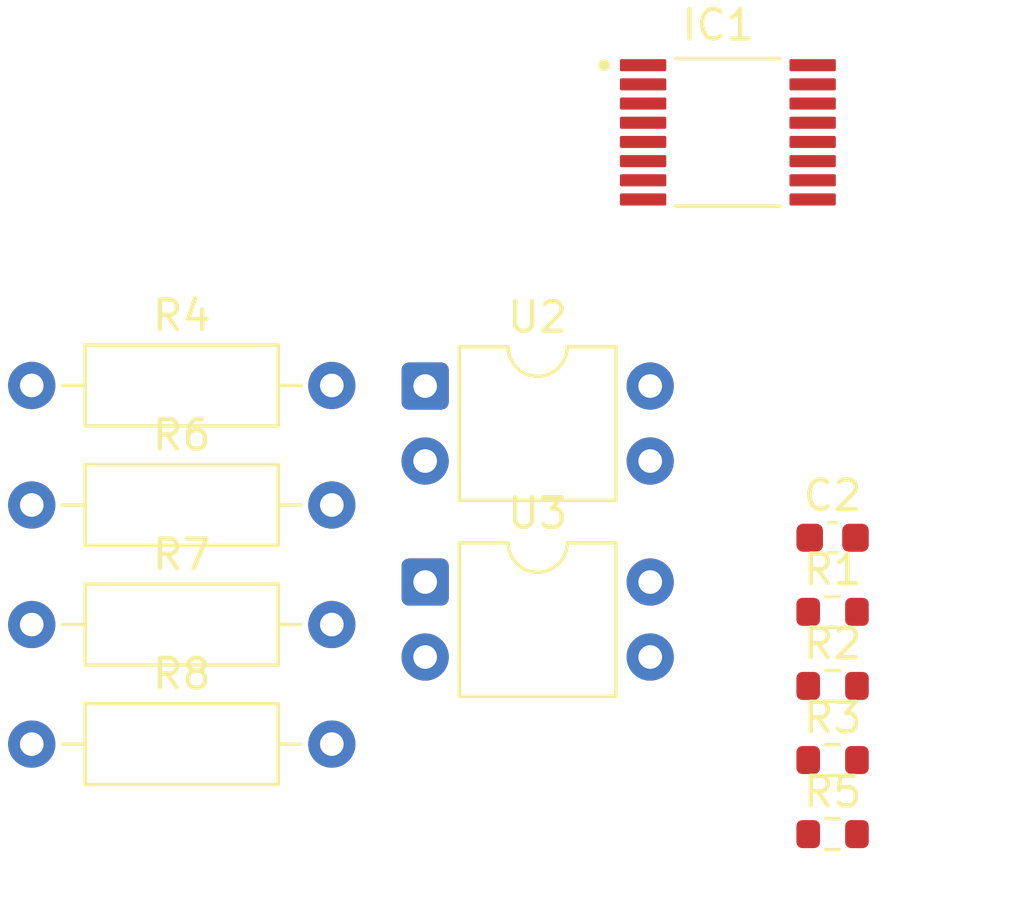
<source format=kicad_pcb>
(kicad_pcb (version 20241229) (generator "pcbnew") (generator_version "9.0")
  (layers (0 "F.Cu" signal) (2 "B.Cu" signal) (13 "F.Paste" user) (15 "B.Paste" user) (5 "F.SilkS" user "F.Silkscreen") (7 "B.SilkS" user "B.Silkscreen") (1 "F.Mask" user) (3 "B.Mask" user) (25 "Edge.Cuts" user))
  (net 0 "")
  (net 1 "GND")
  (net 2 "/SCL")
  (net 3 "/SDA")
  (net 4 "/A1")
  (net 5 "/A0")
  (net 6 "Net-(IC1-IN--Pad14)")
  (net 7 "Net-(IC1-IN+-Pad1)")
  (net 8 "/VBUS")
  (net 9 "/ALERT")
  (net 10 "+5V")
  (net 11 "Net-(R4-Pad2)")
  (net 12 "/ARDUINO_ENCODER")
  (net 13 "Net-(R7-Pad2)")
  (net 14 "/ARDUINO-LINEAR-ACTUATOR")
  (net 15 "/TURBINE_ENCODER")
  (net 16 "/TURBINE-LINEAR-ACTUATOR")
  (footprint "Resistor_SMD:R_0603_1608Metric" (layer "F.Cu") (at 138.675 95.98)
    (property "Reference" "R2" (at 0 -1.43 0) (layer "F.SilkS"))
    (property "Value" "0603 10k")
    (fp_line (start -0.237258 -0.5225) (end 0.237258 -0.5225) (stroke (width 0.12)) (layer "F.SilkS"))
    (fp_line (start -0.237258 0.5225) (end 0.237258 0.5225) (stroke (width 0.12)) (layer "F.SilkS"))
    (pad "1" smd roundrect (at -0.825 0) (size 0.8 0.95) (layers "F.Cu" "F.Mask" "F.Paste") (net 10 "+5V"))
    (pad "2" smd roundrect (at 0.825 0) (size 0.8 0.95) (layers "F.Cu" "F.Mask" "F.Paste") (net 3 "/SDA"))
  )
  (footprint "Capacitor_SMD:C_0603_1608Metric" (layer "F.Cu") (at 138.675 90.96)
    (property "Reference" "C2" (at 0 -1.43 0) (layer "F.SilkS"))
    (property "Value" "1uF")
    (fp_line (start -0.14058 -0.51) (end 0.14058 -0.51) (stroke (width 0.12)) (layer "F.SilkS"))
    (fp_line (start -0.14058 0.51) (end 0.14058 0.51) (stroke (width 0.12)) (layer "F.SilkS"))
    (pad "1" smd roundrect (at -0.775 0) (size 0.9 0.95) (layers "F.Cu" "F.Mask" "F.Paste") (net 10 "+5V"))
    (pad "2" smd roundrect (at 0.775 0) (size 0.9 0.95) (layers "F.Cu" "F.Mask" "F.Paste") (net 1 "GND"))
  )
  (footprint "Resistor_SMD:R_0603_1608Metric" (layer "F.Cu") (at 138.675 101)
    (property "Reference" "R5" (at 0 -1.43 0) (layer "F.SilkS"))
    (property "Value" "0603 10k")
    (fp_line (start -0.237258 -0.5225) (end 0.237258 -0.5225) (stroke (width 0.12)) (layer "F.SilkS"))
    (fp_line (start -0.237258 0.5225) (end 0.237258 0.5225) (stroke (width 0.12)) (layer "F.SilkS"))
    (pad "1" smd roundrect (at -0.825 0) (size 0.8 0.95) (layers "F.Cu" "F.Mask" "F.Paste") (net 5 "/A0"))
    (pad "2" smd roundrect (at 0.825 0) (size 0.8 0.95) (layers "F.Cu" "F.Mask" "F.Paste") (net 1 "GND"))
  )
  (footprint "Resistor_THT:R_Axial_DIN0207_L6.3mm_D2.5mm_P10.16mm_Horizontal" (layer "F.Cu") (at 111.56 93.9)
    (property "Reference" "R7" (at 5.08 -2.37 0) (layer "F.SilkS"))
    (property "Value" "220ohm 1/4W")
    (fp_line (start 1.04 0) (end 1.81 0) (stroke (width 0.12)) (layer "F.SilkS"))
    (fp_line (start 9.12 0) (end 8.35 0) (stroke (width 0.12)) (layer "F.SilkS"))
    (fp_rect (start 1.81 -1.37) (end 8.35 1.37) (stroke (width 0.12)) (fill no) (layer "F.SilkS"))
    (pad "1" thru_hole circle (at 0 0) (size 1.6 1.6) (drill 0.8) (layers "*.Cu" "*.Mask") (net 1 "GND"))
    (pad "2" thru_hole circle (at 10.16 0) (size 1.6 1.6) (drill 0.8) (layers "*.Cu" "*.Mask") (net 13 "Net-(R7-Pad2)"))
  )
  (footprint "Package_DIP:DIP-4_W7.62mm" (layer "F.Cu") (at 124.88 92.46)
    (property "Reference" "U3" (at 3.81 -2.33 0) (layer "F.SilkS"))
    (property "Value" "PC817")
    (fp_line (start 1.16 -1.33) (end 1.16 3.87) (stroke (width 0.12)) (layer "F.SilkS"))
    (fp_line (start 1.16 3.87) (end 6.46 3.87) (stroke (width 0.12)) (layer "F.SilkS"))
    (fp_line (start 2.81 -1.33) (end 1.16 -1.33) (stroke (width 0.12)) (layer "F.SilkS"))
    (fp_line (start 6.46 -1.33) (end 4.81 -1.33) (stroke (width 0.12)) (layer "F.SilkS"))
    (fp_line (start 6.46 3.87) (end 6.46 -1.33) (stroke (width 0.12)) (layer "F.SilkS"))
    (fp_arc (start 4.81 -1.33) (mid 3.81 -0.33) (end 2.81 -1.33) (stroke (width 0.12)) (layer "F.SilkS"))
    (pad "1" thru_hole roundrect (at 0 0) (size 1.6 1.6) (drill 0.8) (layers "*.Cu" "*.Mask") (roundrect_rratio 0.15625) (net 16 "/TURBINE-LINEAR-ACTUATOR"))
    (pad "2" thru_hole circle (at 0 2.54) (size 1.6 1.6) (drill 0.8) (layers "*.Cu" "*.Mask") (net 13 "Net-(R7-Pad2)"))
    (pad "3" thru_hole circle (at 7.62 2.54) (size 1.6 1.6) (drill 0.8) (layers "*.Cu" "*.Mask") (net 14 "/ARDUINO-LINEAR-ACTUATOR"))
    (pad "4" thru_hole circle (at 7.62 0) (size 1.6 1.6) (drill 0.8) (layers "*.Cu" "*.Mask") (net 10 "+5V"))
  )
  (footprint "Resistor_SMD:R_0603_1608Metric" (layer "F.Cu") (at 138.675 98.49)
    (property "Reference" "R3" (at 0 -1.43 0) (layer "F.SilkS"))
    (property "Value" "0603 10k")
    (fp_line (start -0.237258 -0.5225) (end 0.237258 -0.5225) (stroke (width 0.12)) (layer "F.SilkS"))
    (fp_line (start -0.237258 0.5225) (end 0.237258 0.5225) (stroke (width 0.12)) (layer "F.SilkS"))
    (pad "1" smd roundrect (at -0.825 0) (size 0.8 0.95) (layers "F.Cu" "F.Mask" "F.Paste") (net 4 "/A1"))
    (pad "2" smd roundrect (at 0.825 0) (size 0.8 0.95) (layers "F.Cu" "F.Mask" "F.Paste") (net 1 "GND"))
  )
  (footprint "Resistor_THT:R_Axial_DIN0207_L6.3mm_D2.5mm_P10.16mm_Horizontal" (layer "F.Cu") (at 111.56 85.8)
    (property "Reference" "R4" (at 5.08 -2.37 0) (layer "F.SilkS"))
    (property "Value" "220ohm 1/4W")
    (fp_line (start 1.04 0) (end 1.81 0) (stroke (width 0.12)) (layer "F.SilkS"))
    (fp_line (start 9.12 0) (end 8.35 0) (stroke (width 0.12)) (layer "F.SilkS"))
    (fp_rect (start 1.81 -1.37) (end 8.35 1.37) (stroke (width 0.12)) (fill no) (layer "F.SilkS"))
    (pad "1" thru_hole circle (at 0 0) (size 1.6 1.6) (drill 0.8) (layers "*.Cu" "*.Mask") (net 1 "GND"))
    (pad "2" thru_hole circle (at 10.16 0) (size 1.6 1.6) (drill 0.8) (layers "*.Cu" "*.Mask") (net 11 "Net-(R4-Pad2)"))
  )
  (footprint "Resistor_SMD:R_0603_1608Metric" (layer "F.Cu") (at 138.675 93.47)
    (property "Reference" "R1" (at 0 -1.43 0) (layer "F.SilkS"))
    (property "Value" "0603 10k")
    (fp_line (start -0.237258 -0.5225) (end 0.237258 -0.5225) (stroke (width 0.12)) (layer "F.SilkS"))
    (fp_line (start -0.237258 0.5225) (end 0.237258 0.5225) (stroke (width 0.12)) (layer "F.SilkS"))
    (pad "1" smd roundrect (at -0.825 0) (size 0.8 0.95) (layers "F.Cu" "F.Mask" "F.Paste") (net 10 "+5V"))
    (pad "2" smd roundrect (at 0.825 0) (size 0.8 0.95) (layers "F.Cu" "F.Mask" "F.Paste") (net 2 "/SCL"))
  )
  (footprint "Package_DIP:DIP-4_W7.62mm" (layer "F.Cu") (at 124.88 85.82)
    (property "Reference" "U2" (at 3.81 -2.33 0) (layer "F.SilkS"))
    (property "Value" "PC817")
    (fp_line (start 1.16 -1.33) (end 1.16 3.87) (stroke (width 0.12)) (layer "F.SilkS"))
    (fp_line (start 1.16 3.87) (end 6.46 3.87) (stroke (width 0.12)) (layer "F.SilkS"))
    (fp_line (start 2.81 -1.33) (end 1.16 -1.33) (stroke (width 0.12)) (layer "F.SilkS"))
    (fp_line (start 6.46 -1.33) (end 4.81 -1.33) (stroke (width 0.12)) (layer "F.SilkS"))
    (fp_line (start 6.46 3.87) (end 6.46 -1.33) (stroke (width 0.12)) (layer "F.SilkS"))
    (fp_arc (start 4.81 -1.33) (mid 3.81 -0.33) (end 2.81 -1.33) (stroke (width 0.12)) (layer "F.SilkS"))
    (pad "1" thru_hole roundrect (at 0 0) (size 1.6 1.6) (drill 0.8) (layers "*.Cu" "*.Mask") (roundrect_rratio 0.15625) (net 15 "/TURBINE_ENCODER"))
    (pad "2" thru_hole circle (at 0 2.54) (size 1.6 1.6) (drill 0.8) (layers "*.Cu" "*.Mask") (net 11 "Net-(R4-Pad2)"))
    (pad "3" thru_hole circle (at 7.62 2.54) (size 1.6 1.6) (drill 0.8) (layers "*.Cu" "*.Mask") (net 12 "/ARDUINO_ENCODER"))
    (pad "4" thru_hole circle (at 7.62 0) (size 1.6 1.6) (drill 0.8) (layers "*.Cu" "*.Mask") (net 10 "+5V"))
  )
  (footprint "Resistor_THT:R_Axial_DIN0207_L6.3mm_D2.5mm_P10.16mm_Horizontal" (layer "F.Cu") (at 111.56 97.95)
    (property "Reference" "R8" (at 5.08 -2.37 0) (layer "F.SilkS"))
    (property "Value" "220ohm 1/4W")
    (fp_line (start 1.04 0) (end 1.81 0) (stroke (width 0.12)) (layer "F.SilkS"))
    (fp_line (start 9.12 0) (end 8.35 0) (stroke (width 0.12)) (layer "F.SilkS"))
    (fp_rect (start 1.81 -1.37) (end 8.35 1.37) (stroke (width 0.12)) (fill no) (layer "F.SilkS"))
    (pad "1" thru_hole circle (at 0 0) (size 1.6 1.6) (drill 0.8) (layers "*.Cu" "*.Mask") (net 1 "GND"))
    (pad "2" thru_hole circle (at 10.16 0) (size 1.6 1.6) (drill 0.8) (layers "*.Cu" "*.Mask") (net 14 "/ARDUINO-LINEAR-ACTUATOR"))
  )
  (footprint "Resistor_THT:R_Axial_DIN0207_L6.3mm_D2.5mm_P10.16mm_Horizontal" (layer "F.Cu") (at 111.56 89.85)
    (property "Reference" "R6" (at 5.08 -2.37 0) (layer "F.SilkS"))
    (property "Value" "2.2kOhm 1/4W")
    (fp_line (start 1.04 0) (end 1.81 0) (stroke (width 0.12)) (layer "F.SilkS"))
    (fp_line (start 9.12 0) (end 8.35 0) (stroke (width 0.12)) (layer "F.SilkS"))
    (fp_rect (start 1.81 -1.37) (end 8.35 1.37) (stroke (width 0.12)) (fill no) (layer "F.SilkS"))
    (pad "1" thru_hole circle (at 0 0) (size 1.6 1.6) (drill 0.8) (layers "*.Cu" "*.Mask") (net 1 "GND"))
    (pad "2" thru_hole circle (at 10.16 0) (size 1.6 1.6) (drill 0.8) (layers "*.Cu" "*.Mask") (net 12 "/ARDUINO_ENCODER"))
  )
  (footprint "ina260:SOP65P640X120-16N" (layer "F.Cu") (at 135.13 77.225)
    (property "Reference" "IC1" (at -0.325 -3.635 0) (layer "F.SilkS"))
    (property "Value" "INA260")
    (fp_line (start -1.765 -2.5) (end 1.765 -2.5) (stroke (width 0.127)) (layer "F.SilkS"))
    (fp_line (start 1.765 2.5) (end -1.765 2.5) (stroke (width 0.127)) (layer "F.SilkS"))
    (fp_circle (center -4.19 -2.275) (end -4.09 -2.275) (stroke (width 0.2)) (fill no) (layer "F.SilkS"))
    (pad "1" smd roundrect (at -2.87 -2.275) (size 1.57 0.41) (layers "F.Cu" "F.Mask" "F.Paste") (roundrect_rratio 0.125) (net 7 "Net-(IC1-IN+-Pad1)"))
    (pad "2" smd roundrect (at -2.87 -1.625) (size 1.57 0.41) (layers "F.Cu" "F.Mask" "F.Paste") (roundrect_rratio 0.125) (net 7 "Net-(IC1-IN+-Pad1)"))
    (pad "3" smd roundrect (at -2.87 -0.975) (size 1.57 0.41) (layers "F.Cu" "F.Mask" "F.Paste") (roundrect_rratio 0.125) (net 7 "Net-(IC1-IN+-Pad1)"))
    (pad "4" smd roundrect (at -2.87 -0.325) (size 1.57 0.41) (layers "F.Cu" "F.Mask" "F.Paste") (roundrect_rratio 0.125) (net 4 "/A1"))
    (pad "5" smd roundrect (at -2.87 0.325) (size 1.57 0.41) (layers "F.Cu" "F.Mask" "F.Paste") (roundrect_rratio 0.125) (net 5 "/A0"))
    (pad "6" smd roundrect (at -2.87 0.975) (size 1.57 0.41) (layers "F.Cu" "F.Mask" "F.Paste") (roundrect_rratio 0.125) (net 1 "GND"))
    (pad "7" smd roundrect (at -2.87 1.625) (size 1.57 0.41) (layers "F.Cu" "F.Mask" "F.Paste") (roundrect_rratio 0.125) (net 9 "/ALERT"))
    (pad "8" smd roundrect (at -2.87 2.275) (size 1.57 0.41) (layers "F.Cu" "F.Mask" "F.Paste") (roundrect_rratio 0.125) (net 3 "/SDA"))
    (pad "9" smd roundrect (at 2.87 2.275) (size 1.57 0.41) (layers "F.Cu" "F.Mask" "F.Paste") (roundrect_rratio 0.125) (net 2 "/SCL"))
    (pad "10" smd roundrect (at 2.87 1.625) (size 1.57 0.41) (layers "F.Cu" "F.Mask" "F.Paste") (roundrect_rratio 0.125) (net 10 "+5V"))
    (pad "11" smd roundrect (at 2.87 0.975) (size 1.57 0.41) (layers "F.Cu" "F.Mask" "F.Paste") (roundrect_rratio 0.125) (net 1 "GND"))
    (pad "12" smd roundrect (at 2.87 0.325) (size 1.57 0.41) (layers "F.Cu" "F.Mask" "F.Paste") (roundrect_rratio 0.125) (net 8 "/VBUS"))
    (pad "13" smd roundrect (at 2.87 -0.325) (size 1.57 0.41) (layers "F.Cu" "F.Mask" "F.Paste") (roundrect_rratio 0.125) (net 1 "GND"))
    (pad "14" smd roundrect (at 2.87 -0.975) (size 1.57 0.41) (layers "F.Cu" "F.Mask" "F.Paste") (roundrect_rratio 0.125) (net 6 "Net-(IC1-IN--Pad14)"))
    (pad "15" smd roundrect (at 2.87 -1.625) (size 1.57 0.41) (layers "F.Cu" "F.Mask" "F.Paste") (roundrect_rratio 0.125) (net 6 "Net-(IC1-IN--Pad14)"))
    (pad "16" smd roundrect (at 2.87 -2.275) (size 1.57 0.41) (layers "F.Cu" "F.Mask" "F.Paste") (roundrect_rratio 0.125) (net 6 "Net-(IC1-IN--Pad14)"))
  )
)
</source>
